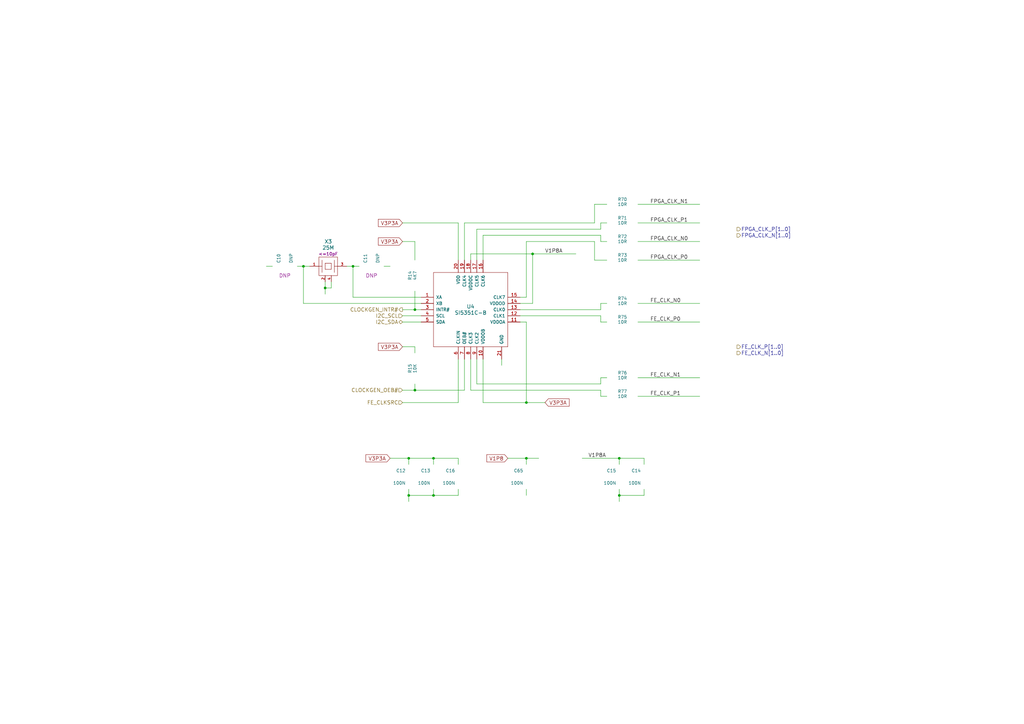
<source format=kicad_sch>
(kicad_sch (version 20230121) (generator eeschema)
  (paper "A3")
  (title_block (title "Daisho Project Main Board") (date "10 Oct 2014") (rev "0") (company "ShareBrained Technology, Inc.") (comment 1 "Copyright © 2013 Jared Boone") (comment 2 "License: GNU General Public License, version 2"))
  (lib_symbols
    (symbol "quartzcms4_ground:QUARTZCMS4_GROUND" (pin_names (offset 1.016) hide)
      (property "Reference" "X" (at 0 7.62 0))
      (property "Value" "QUARTZCMS4_GROUND" (at 0 5.08 0))
      (symbol "QUARTZCMS4_GROUND_0_1"
        (rectangle (start -3.81 3.81) (end 3.81 -3.81))
        (polyline (pts (xy -3.81 0) (xy -2.54 0)))
        (polyline (pts (xy -2.54 2.54) (xy -2.54 -2.54)))
        (polyline (pts (xy 2.54 0) (xy 3.81 0)))
        (polyline (pts (xy 2.54 2.54) (xy 2.54 -2.54)))
        (polyline (pts (xy -1.27 1.27) (xy 1.27 1.27) (xy 1.27 -1.27) (xy -1.27 -1.27) (xy -1.27 1.27)))
      )
      (symbol "QUARTZCMS4_GROUND_1_1"
        (pin passive line (at -7.62 0 0) (length 3.81) (name "1") (number "1"))
        (pin passive line (at -1.27 -6.35 90) (length 2.54) (name "GND") (number "2"))
        (pin passive line (at 7.62 0 180) (length 3.81) (name "3") (number "3"))
        (pin passive line (at 1.27 -6.35 90) (length 2.54) (name "GND") (number "4"))
      )
    )
    (symbol "si5351c-b:SI5351C-B" (pin_names (offset 1.016))
      (property "Reference" "U" (at 0 1.27 0))
      (property "Value" "SI5351C-B" (at 0 -1.27 0))
      (symbol "SI5351C-B_0_1"
        (rectangle (start 15.24 -15.24) (end -15.24 15.24))
      )
      (symbol "SI5351C-B_1_1"
        (pin input line (at -20.32 5.08 0) (length 5.08) (name "XA") (number "1"))
        (pin power_in line (at 5.08 -20.32 90) (length 5.08) (name "VDDOB") (number "10"))
        (pin power_in line (at 20.32 -5.08 180) (length 5.08) (name "VDDOA") (number "11"))
        (pin output line (at 20.32 -2.54 180) (length 5.08) (name "CLK1") (number "12"))
        (pin output line (at 20.32 0 180) (length 5.08) (name "CLK0") (number "13"))
        (pin power_in line (at 20.32 2.54 180) (length 5.08) (name "VDDOD") (number "14"))
        (pin output line (at 20.32 5.08 180) (length 5.08) (name "CLK7") (number "15"))
        (pin output line (at 5.08 20.32 270) (length 5.08) (name "CLK6") (number "16"))
        (pin output line (at 2.54 20.32 270) (length 5.08) (name "CLK5") (number "17"))
        (pin power_in line (at 0 20.32 270) (length 5.08) (name "VDDOC") (number "18"))
        (pin output line (at -2.54 20.32 270) (length 5.08) (name "CLK4") (number "19"))
        (pin input line (at -20.32 2.54 0) (length 5.08) (name "XB") (number "2"))
        (pin power_in line (at -5.08 20.32 270) (length 5.08) (name "VDD") (number "20"))
        (pin power_in line (at 12.7 -20.32 90) (length 5.08) (name "GND") (number "21"))
        (pin output line (at -20.32 0 0) (length 5.08) (name "INTR#") (number "3"))
        (pin input line (at -20.32 -2.54 0) (length 5.08) (name "SCL") (number "4"))
        (pin bidirectional line (at -20.32 -5.08 0) (length 5.08) (name "SDA") (number "5"))
        (pin input line (at -5.08 -20.32 90) (length 5.08) (name "CLKIN") (number "6"))
        (pin input line (at -2.54 -20.32 90) (length 5.08) (name "OEB#") (number "7"))
        (pin output line (at 0 -20.32 90) (length 5.08) (name "CLK3") (number "8"))
        (pin output line (at 2.54 -20.32 90) (length 5.08) (name "CLK2") (number "9"))
      )
    )
  )
  (junction (at 215.9 187.96))
  (junction (at 133.35 118.11))
  (junction (at 144.78 109.22))
  (junction (at 170.18 127))
  (junction (at 254 187.96))
  (junction (at 170.18 160.02))
  (junction (at 254 203.2))
  (junction (at 218.44 104.14))
  (junction (at 124.46 109.22))
  (junction (at 215.9 165.1))
  (junction (at 177.8 187.96))
  (junction (at 177.8 203.2))
  (junction (at 167.64 203.2))
  (junction (at 167.64 187.96))
  (wire (pts (xy 248.92 132.08) (xy 246.38 132.08)))
  (wire (pts (xy 198.12 106.68) (xy 198.12 96.52)))
  (wire (pts (xy 167.64 203.2) (xy 167.64 200.66)))
  (wire (pts (xy 109.22 109.22) (xy 111.76 109.22)))
  (wire (pts (xy 248.92 99.06) (xy 246.38 99.06)))
  (wire (pts (xy 165.1 142.24) (xy 170.18 142.24)))
  (wire (pts (xy 254 203.2) (xy 254 205.74)))
  (wire (pts (xy 243.84 99.06) (xy 243.84 106.68)))
  (wire (pts (xy 208.28 187.96) (xy 215.9 187.96)))
  (wire (pts (xy 165.1 129.54) (xy 172.72 129.54)))
  (wire (pts (xy 248.92 162.56) (xy 246.38 162.56)))
  (wire (pts (xy 254 190.5) (xy 254 187.96)))
  (wire (pts (xy 193.04 160.02) (xy 193.04 147.32)))
  (wire (pts (xy 190.5 91.44) (xy 190.5 106.68)))
  (wire (pts (xy 187.96 106.68) (xy 187.96 91.44)))
  (wire (pts (xy 144.78 109.22) (xy 144.78 121.92)))
  (wire (pts (xy 246.38 157.48) (xy 195.58 157.48)))
  (wire (pts (xy 215.9 132.08) (xy 215.9 165.1)))
  (wire (pts (xy 215.9 187.96) (xy 220.98 187.96)))
  (wire (pts (xy 167.64 203.2) (xy 177.8 203.2)))
  (wire (pts (xy 205.74 147.32) (xy 205.74 149.86)))
  (wire (pts (xy 187.96 165.1) (xy 165.1 165.1)))
  (wire (pts (xy 167.64 187.96) (xy 177.8 187.96)))
  (wire (pts (xy 170.18 127) (xy 165.1 127)))
  (wire (pts (xy 170.18 160.02) (xy 190.5 160.02)))
  (wire (pts (xy 135.89 118.11) (xy 133.35 118.11)))
  (wire (pts (xy 187.96 203.2) (xy 187.96 200.66)))
  (wire (pts (xy 287.02 91.44) (xy 261.62 91.44)))
  (wire (pts (xy 160.02 187.96) (xy 167.64 187.96)))
  (wire (pts (xy 246.38 154.94) (xy 246.38 157.48)))
  (wire (pts (xy 177.8 200.66) (xy 177.8 203.2)))
  (wire (pts (xy 243.84 91.44) (xy 243.84 83.82)))
  (wire (pts (xy 187.96 147.32) (xy 187.96 165.1)))
  (wire (pts (xy 213.36 132.08) (xy 215.9 132.08)))
  (wire (pts (xy 170.18 142.24) (xy 170.18 144.78)))
  (wire (pts (xy 248.92 91.44) (xy 246.38 91.44)))
  (wire (pts (xy 246.38 99.06) (xy 246.38 96.52)))
  (wire (pts (xy 193.04 104.14) (xy 193.04 106.68)))
  (wire (pts (xy 215.9 190.5) (xy 215.9 187.96)))
  (wire (pts (xy 170.18 99.06) (xy 170.18 106.68)))
  (wire (pts (xy 187.96 187.96) (xy 187.96 190.5)))
  (wire (pts (xy 215.9 121.92) (xy 215.9 99.06)))
  (wire (pts (xy 157.48 109.22) (xy 160.02 109.22)))
  (wire (pts (xy 261.62 132.08) (xy 287.02 132.08)))
  (wire (pts (xy 246.38 124.46) (xy 246.38 127)))
  (wire (pts (xy 215.9 203.2) (xy 215.9 200.66)))
  (wire (pts (xy 287.02 99.06) (xy 261.62 99.06)))
  (wire (pts (xy 243.84 99.06) (xy 215.9 99.06)))
  (wire (pts (xy 195.58 106.68) (xy 195.58 93.98)))
  (wire (pts (xy 243.84 83.82) (xy 248.92 83.82)))
  (wire (pts (xy 261.62 154.94) (xy 287.02 154.94)))
  (wire (pts (xy 246.38 132.08) (xy 246.38 129.54)))
  (wire (pts (xy 144.78 121.92) (xy 172.72 121.92)))
  (wire (pts (xy 142.24 109.22) (xy 144.78 109.22)))
  (wire (pts (xy 167.64 187.96) (xy 167.64 190.5)))
  (wire (pts (xy 165.1 99.06) (xy 170.18 99.06)))
  (wire (pts (xy 187.96 91.44) (xy 165.1 91.44)))
  (wire (pts (xy 243.84 106.68) (xy 248.92 106.68)))
  (wire (pts (xy 254 187.96) (xy 238.76 187.96)))
  (wire (pts (xy 213.36 121.92) (xy 215.9 121.92)))
  (wire (pts (xy 133.35 118.11) (xy 133.35 115.57)))
  (wire (pts (xy 165.1 160.02) (xy 170.18 160.02)))
  (wire (pts (xy 165.1 132.08) (xy 172.72 132.08)))
  (wire (pts (xy 218.44 104.14) (xy 218.44 124.46)))
  (wire (pts (xy 124.46 109.22) (xy 124.46 124.46)))
  (wire (pts (xy 264.16 203.2) (xy 264.16 200.66)))
  (wire (pts (xy 264.16 190.5) (xy 264.16 187.96)))
  (wire (pts (xy 248.92 154.94) (xy 246.38 154.94)))
  (wire (pts (xy 246.38 162.56) (xy 246.38 160.02)))
  (wire (pts (xy 144.78 109.22) (xy 147.32 109.22)))
  (wire (pts (xy 246.38 129.54) (xy 213.36 129.54)))
  (wire (pts (xy 246.38 96.52) (xy 198.12 96.52)))
  (wire (pts (xy 170.18 119.38) (xy 170.18 127)))
  (wire (pts (xy 172.72 127) (xy 170.18 127)))
  (wire (pts (xy 254 200.66) (xy 254 203.2)))
  (wire (pts (xy 195.58 147.32) (xy 195.58 157.48)))
  (wire (pts (xy 215.9 165.1) (xy 198.12 165.1)))
  (wire (pts (xy 264.16 187.96) (xy 254 187.96)))
  (wire (pts (xy 177.8 190.5) (xy 177.8 187.96)))
  (wire (pts (xy 124.46 124.46) (xy 172.72 124.46)))
  (wire (pts (xy 223.52 165.1) (xy 215.9 165.1)))
  (wire (pts (xy 133.35 120.65) (xy 133.35 118.11)))
  (wire (pts (xy 135.89 115.57) (xy 135.89 118.11)))
  (wire (pts (xy 246.38 160.02) (xy 193.04 160.02)))
  (wire (pts (xy 170.18 157.48) (xy 170.18 160.02)))
  (wire (pts (xy 261.62 124.46) (xy 287.02 124.46)))
  (wire (pts (xy 167.64 205.74) (xy 167.64 203.2)))
  (wire (pts (xy 236.22 104.14) (xy 218.44 104.14)))
  (wire (pts (xy 177.8 203.2) (xy 187.96 203.2)))
  (wire (pts (xy 261.62 83.82) (xy 287.02 83.82)))
  (wire (pts (xy 246.38 93.98) (xy 195.58 93.98)))
  (wire (pts (xy 246.38 127) (xy 213.36 127)))
  (wire (pts (xy 287.02 106.68) (xy 261.62 106.68)))
  (wire (pts (xy 124.46 109.22) (xy 121.92 109.22)))
  (wire (pts (xy 243.84 91.44) (xy 190.5 91.44)))
  (wire (pts (xy 218.44 104.14) (xy 193.04 104.14)))
  (wire (pts (xy 246.38 91.44) (xy 246.38 93.98)))
  (wire (pts (xy 218.44 124.46) (xy 213.36 124.46)))
  (wire (pts (xy 254 203.2) (xy 264.16 203.2)))
  (wire (pts (xy 127 109.22) (xy 124.46 109.22)))
  (wire (pts (xy 248.92 124.46) (xy 246.38 124.46)))
  (wire (pts (xy 198.12 165.1) (xy 198.12 147.32)))
  (wire (pts (xy 261.62 162.56) (xy 287.02 162.56)))
  (wire (pts (xy 177.8 187.96) (xy 187.96 187.96)))
  (wire (pts (xy 190.5 160.02) (xy 190.5 147.32)))
  (label "FPGA_CLK_N0" (at 266.7 99.06 0) (effects (font (size 1.524 1.524))))
  (label "FE_CLK_P1" (at 266.7 162.56 0) (effects (font (size 1.524 1.524))))
  (label "FE_CLK_P0" (at 266.7 132.08 0) (effects (font (size 1.524 1.524))))
  (label "V1P8A" (at 223.52 104.14 0) (effects (font (size 1.524 1.524))))
  (label "FPGA_CLK_P1" (at 266.7 91.44 0) (effects (font (size 1.524 1.524))))
  (label "FE_CLK_N1" (at 266.7 154.94 0) (effects (font (size 1.524 1.524))))
  (label "FPGA_CLK_N1" (at 266.7 83.82 0) (effects (font (size 1.524 1.524))))
  (label "FPGA_CLK_P0" (at 266.7 106.68 0) (effects (font (size 1.524 1.524))))
  (label "FE_CLK_N0" (at 266.7 124.46 0) (effects (font (size 1.524 1.524))))
  (label "V1P8A" (at 241.3 187.96 0) (effects (font (size 1.524 1.524))))
  (global_label "V3P3A" (shape input) (at 223.52 165.1 0) (effects (font (size 1.524 1.524))) (property "Intersheetrefs" "${INTERSHEET_REFS}" (effects hide)))
  (global_label "V3P3A" (shape input) (at 165.1 142.24 180) (effects (font (size 1.524 1.524))) (property "Intersheetrefs" "${INTERSHEET_REFS}" (effects hide)))
  (global_label "V3P3A" (shape input) (at 165.1 91.44 180) (effects (font (size 1.524 1.524))) (property "Intersheetrefs" "${INTERSHEET_REFS}" (effects hide)))
  (global_label "V3P3A" (shape input) (at 165.1 99.06 180) (effects (font (size 1.524 1.524))) (property "Intersheetrefs" "${INTERSHEET_REFS}" (effects hide)))
  (global_label "V1P8" (shape input) (at 208.28 187.96 180) (effects (font (size 1.524 1.524))) (property "Intersheetrefs" "${INTERSHEET_REFS}" (effects hide)))
  (global_label "V3P3A" (shape input) (at 160.02 187.96 180) (effects (font (size 1.524 1.524))) (property "Intersheetrefs" "${INTERSHEET_REFS}" (effects hide)))
  (hierarchical_label "CLOCKGEN_INTR#" (shape output) (at 165.1 127 180) (effects (font (size 1.524 1.524))))
  (hierarchical_label "FPGA_CLK_N[1..0]" (shape output) (at 302.26 96.52 0) (effects (font (size 1.524 1.524))))
  (hierarchical_label "FE_CLKSRC" (shape input) (at 165.1 165.1 180) (effects (font (size 1.524 1.524))))
  (hierarchical_label "I2C_SCL" (shape input) (at 165.1 129.54 180) (effects (font (size 1.524 1.524))))
  (hierarchical_label "FPGA_CLK_P[1..0]" (shape output) (at 302.26 93.98 0) (effects (font (size 1.524 1.524))))
  (hierarchical_label "FE_CLK_N[1..0]" (shape output) (at 302.26 144.78 0) (effects (font (size 1.524 1.524))))
  (hierarchical_label "CLOCKGEN_OEB#" (shape input) (at 165.1 160.02 180) (effects (font (size 1.524 1.524))))
  (hierarchical_label "FE_CLK_P[1..0]" (shape output) (at 302.26 142.24 0) (effects (font (size 1.524 1.524))))
  (hierarchical_label "I2C_SDA" (shape bidirectional) (at 165.1 132.08 180) (effects (font (size 1.524 1.524))))
  (symbol (lib_id "si5351c-b:SI5351C-B") (at 193.04 127 0) (unit 1)
    (property "Reference" "U4" (at 193.04 125.73 0) (effects (font (size 1.524 1.524))))
    (property "Value" "SI5351C-B" (at 193.04 128.27 0) (effects (font (size 1.524 1.524))))
    (property "Manufacturer" "Silicon Labs" (effects hide))
    (property "Part Number" "SI5351C-B-GM" (effects hide))
  )
  (symbol (lib_id "GND") (at 205.74 149.86 0) (unit 1)
    (property "Reference" "#PWR0116" (effects hide))
    (property "Value" "GND" (effects hide))
  )
  (symbol (lib_id "quartzcms4_ground:QUARTZCMS4_GROUND") (at 134.62 109.22 0) (unit 1)
    (property "Reference" "X3" (at 134.62 99.06 0) (effects (font (size 1.524 1.524))))
    (property "Value" "25M" (at 134.62 101.6 0) (effects (font (size 1.524 1.524))))
    (property "Manufacturer" "ECS" (effects hide))
    (property "Part Number" "ECS-250-8-30B-CKM" (effects hide))
    (property "CL" "<=10pF" (at 134.62 104.14 0))
  )
  (symbol (lib_id "C") (at 116.84 109.22 90) (unit 1)
    (property "Reference" "C10" (at 114.3 107.95 0) (effects (justify left)))
    (property "Value" "DNP" (at 119.38 107.95 0) (effects (justify left)))
    (property "Note" "DNP" (at 116.84 113.03 90) (effects (font (size 1.524 1.524))))
  )
  (symbol (lib_id "C") (at 152.4 109.22 90) (unit 1)
    (property "Reference" "C11" (at 149.86 107.95 0) (effects (justify left)))
    (property "Value" "DNP" (at 154.94 107.95 0) (effects (justify left)))
    (property "Note" "DNP" (at 152.4 113.03 90) (effects (font (size 1.524 1.524))))
  )
  (symbol (lib_id "GND") (at 160.02 109.22 90) (unit 1)
    (property "Reference" "#PWR0115" (effects hide))
    (property "Value" "GND" (effects hide))
  )
  (symbol (lib_id "GND") (at 109.22 109.22 270) (unit 1)
    (property "Reference" "#PWR0114" (effects hide))
    (property "Value" "GND" (effects hide))
  )
  (symbol (lib_id "GND") (at 133.35 120.65 0) (unit 1)
    (property "Reference" "#PWR0113" (effects hide))
    (property "Value" "GND" (effects hide))
  )
  (symbol (lib_id "R") (at 170.18 113.03 0) (mirror y) (unit 1)
    (property "Reference" "R14" (at 168.148 113.03 90))
    (property "Value" "4K7" (at 170.18 113.03 90))
    (property "Manufacturer" "Stackpole" (effects hide))
    (property "Part Number" "RMCF0402JT4K70" (effects hide))
  )
  (symbol (lib_id "C") (at 167.64 195.58 0) (mirror y) (unit 1)
    (property "Reference" "C12" (at 166.37 193.04 0) (effects (justify left)))
    (property "Value" "100N" (at 166.37 198.12 0) (effects (justify left)))
    (property "Manufacturer" "Murata" (effects hide))
    (property "Part Number" "GRM155R61A104KA01D" (effects hide))
  )
  (symbol (lib_id "GND") (at 167.64 205.74 0) (unit 1)
    (property "Reference" "#PWR0112" (effects hide))
    (property "Value" "GND" (effects hide))
  )
  (symbol (lib_id "C") (at 177.8 195.58 0) (mirror y) (unit 1)
    (property "Reference" "C13" (at 176.53 193.04 0) (effects (justify left)))
    (property "Value" "100N" (at 176.53 198.12 0) (effects (justify left)))
    (property "Manufacturer" "Murata" (effects hide))
    (property "Part Number" "GRM155R61A104KA01D" (effects hide))
  )
  (symbol (lib_id "C") (at 264.16 195.58 0) (mirror y) (unit 1)
    (property "Reference" "C14" (at 262.89 193.04 0) (effects (justify left)))
    (property "Value" "100N" (at 262.89 198.12 0) (effects (justify left)))
    (property "Manufacturer" "Murata" (effects hide))
    (property "Part Number" "GRM155R61A104KA01D" (effects hide))
  )
  (symbol (lib_id "C") (at 254 195.58 0) (mirror y) (unit 1)
    (property "Reference" "C15" (at 252.73 193.04 0) (effects (justify left)))
    (property "Value" "100N" (at 252.73 198.12 0) (effects (justify left)))
    (property "Manufacturer" "Murata" (effects hide))
    (property "Part Number" "GRM155R61A104KA01D" (effects hide))
  )
  (symbol (lib_id "C") (at 187.96 195.58 0) (mirror y) (unit 1)
    (property "Reference" "C16" (at 186.69 193.04 0) (effects (justify left)))
    (property "Value" "100N" (at 186.69 198.12 0) (effects (justify left)))
    (property "Manufacturer" "Murata" (effects hide))
    (property "Part Number" "GRM155R61A104KA01D" (effects hide))
  )
  (symbol (lib_id "GND") (at 254 205.74 0) (unit 1)
    (property "Reference" "#PWR0111" (effects hide))
    (property "Value" "GND" (effects hide))
  )
  (symbol (lib_id "R") (at 170.18 151.13 0) (mirror y) (unit 1)
    (property "Reference" "R15" (at 168.148 151.13 90))
    (property "Value" "10K" (at 170.18 151.13 90))
    (property "Manufacturer" "Stackpole" (effects hide))
    (property "Part Number" "RMCF0402JT10K0" (effects hide))
  )
  (symbol (lib_id "R") (at 255.27 99.06 90) (unit 1)
    (property "Reference" "R72" (at 255.27 97.028 90))
    (property "Value" "10R" (at 255.27 99.06 90))
    (property "Manufacturer" "Stackpole" (effects hide))
    (property "Part Number" "RMCF0402JT10R0" (effects hide))
  )
  (symbol (lib_id "R") (at 255.27 83.82 90) (unit 1)
    (property "Reference" "R70" (at 255.27 81.788 90))
    (property "Value" "10R" (at 255.27 83.82 90))
    (property "Manufacturer" "Stackpole" (effects hide))
    (property "Part Number" "RMCF0402JT10R0" (effects hide))
  )
  (symbol (lib_id "R") (at 255.27 106.68 90) (unit 1)
    (property "Reference" "R73" (at 255.27 104.648 90))
    (property "Value" "10R" (at 255.27 106.68 90))
    (property "Manufacturer" "Stackpole" (effects hide))
    (property "Part Number" "RMCF0402JT10R0" (effects hide))
  )
  (symbol (lib_id "R") (at 255.27 91.44 90) (unit 1)
    (property "Reference" "R71" (at 255.27 89.408 90))
    (property "Value" "10R" (at 255.27 91.44 90))
    (property "Manufacturer" "Stackpole" (effects hide))
    (property "Part Number" "RMCF0402JT10R0" (effects hide))
  )
  (symbol (lib_id "R") (at 255.27 132.08 90) (unit 1)
    (property "Reference" "R75" (at 255.27 130.048 90))
    (property "Value" "10R" (at 255.27 132.08 90))
    (property "Manufacturer" "Stackpole" (effects hide))
    (property "Part Number" "RMCF0402JT10R0" (effects hide))
  )
  (symbol (lib_id "R") (at 255.27 124.46 90) (unit 1)
    (property "Reference" "R74" (at 255.27 122.428 90))
    (property "Value" "10R" (at 255.27 124.46 90))
    (property "Manufacturer" "Stackpole" (effects hide))
    (property "Part Number" "RMCF0402JT10R0" (effects hide))
  )
  (symbol (lib_id "R") (at 255.27 154.94 90) (unit 1)
    (property "Reference" "R76" (at 255.27 152.908 90))
    (property "Value" "10R" (at 255.27 154.94 90))
    (property "Manufacturer" "Stackpole" (effects hide))
    (property "Part Number" "RMCF0402JT10R0" (effects hide))
  )
  (symbol (lib_id "R") (at 255.27 162.56 90) (unit 1)
    (property "Reference" "R77" (at 255.27 160.528 90))
    (property "Value" "10R" (at 255.27 162.56 90))
    (property "Manufacturer" "Stackpole" (effects hide))
    (property "Part Number" "RMCF0402JT10R0" (effects hide))
  )
  (symbol (lib_id "C") (at 215.9 195.58 0) (mirror y) (unit 1)
    (property "Reference" "C65" (at 214.63 193.04 0) (effects (justify left)))
    (property "Value" "100N" (at 214.63 198.12 0) (effects (justify left)))
    (property "Manufacturer" "Murata" (effects hide))
    (property "Part Number" "GRM155R61A104KA01D" (effects hide))
  )
  (symbol (lib_id "GND") (at 215.9 203.2 0) (unit 1)
    (property "Reference" "#PWR0110" (effects hide))
    (property "Value" "GND" (effects hide))
  )
  (symbol (lib_id "FILTER") (at 229.87 187.96 0) (unit 1)
    (property "Reference" "FB8" (at 229.87 184.15 0) (effects (font (size 1.524 1.524))))
    (property "Value" "FILTER" (at 229.87 190.5 0) (effects (font (size 1.524 1.524))))
    (property "Manufacturer" "Murata" (effects hide))
    (property "Part Number" "BLM21PG221SN1D" (effects hide))
    (property "Description" "FERRITE CHIP 220 OHM 2000MA 0805" (effects hide))
  )
)
</source>
